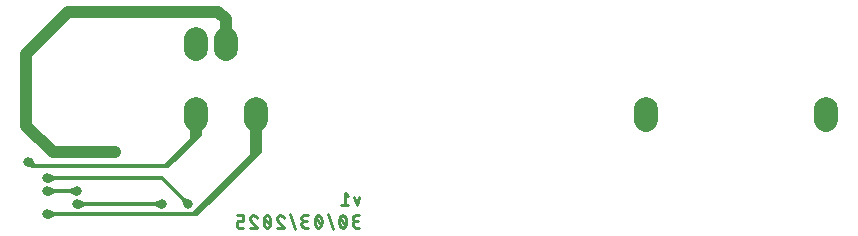
<source format=gbr>
G04 EAGLE Gerber RS-274X export*
G75*
%MOMM*%
%FSLAX34Y34*%
%LPD*%
%INBottom Copper*%
%IPPOS*%
%AMOC8*
5,1,8,0,0,1.08239X$1,22.5*%
G01*
%ADD10C,0.228600*%
%ADD11C,2.000000*%
%ADD12C,1.000000*%
%ADD13C,1.000000*%
%ADD14C,2.000000*%
%ADD15C,0.800000*%
%ADD16C,0.304800*%
%ADD17C,0.150000*%


D10*
X303657Y7493D02*
X300764Y7493D01*
X300657Y7495D01*
X300550Y7501D01*
X300444Y7511D01*
X300338Y7525D01*
X300232Y7542D01*
X300128Y7564D01*
X300024Y7589D01*
X299921Y7619D01*
X299819Y7652D01*
X299719Y7688D01*
X299620Y7729D01*
X299523Y7773D01*
X299427Y7821D01*
X299333Y7872D01*
X299241Y7926D01*
X299151Y7984D01*
X299064Y8046D01*
X298978Y8110D01*
X298895Y8177D01*
X298815Y8248D01*
X298737Y8322D01*
X298662Y8398D01*
X298590Y8477D01*
X298521Y8558D01*
X298455Y8643D01*
X298392Y8729D01*
X298333Y8818D01*
X298277Y8909D01*
X298224Y9002D01*
X298174Y9096D01*
X298128Y9193D01*
X298086Y9291D01*
X298048Y9391D01*
X298013Y9492D01*
X297981Y9594D01*
X297954Y9698D01*
X297931Y9802D01*
X297911Y9907D01*
X297895Y10013D01*
X297883Y10119D01*
X297875Y10226D01*
X297871Y10333D01*
X297871Y10439D01*
X297875Y10546D01*
X297883Y10653D01*
X297895Y10759D01*
X297911Y10865D01*
X297931Y10970D01*
X297954Y11074D01*
X297981Y11178D01*
X298013Y11280D01*
X298048Y11381D01*
X298086Y11481D01*
X298128Y11579D01*
X298174Y11676D01*
X298224Y11770D01*
X298277Y11863D01*
X298333Y11954D01*
X298392Y12043D01*
X298455Y12129D01*
X298521Y12214D01*
X298590Y12295D01*
X298662Y12374D01*
X298737Y12450D01*
X298815Y12524D01*
X298895Y12595D01*
X298978Y12662D01*
X299064Y12726D01*
X299151Y12788D01*
X299241Y12846D01*
X299333Y12900D01*
X299427Y12951D01*
X299523Y12999D01*
X299620Y13043D01*
X299719Y13084D01*
X299819Y13120D01*
X299921Y13153D01*
X300024Y13183D01*
X300128Y13208D01*
X300232Y13230D01*
X300338Y13247D01*
X300444Y13261D01*
X300550Y13271D01*
X300657Y13277D01*
X300764Y13279D01*
X300186Y17907D02*
X303657Y17907D01*
X300186Y17907D02*
X300092Y17905D01*
X299997Y17899D01*
X299903Y17890D01*
X299810Y17876D01*
X299717Y17859D01*
X299625Y17838D01*
X299534Y17813D01*
X299444Y17785D01*
X299355Y17753D01*
X299268Y17717D01*
X299182Y17678D01*
X299098Y17635D01*
X299015Y17589D01*
X298935Y17540D01*
X298857Y17487D01*
X298780Y17431D01*
X298707Y17372D01*
X298635Y17311D01*
X298567Y17246D01*
X298500Y17178D01*
X298437Y17108D01*
X298377Y17036D01*
X298319Y16961D01*
X298265Y16883D01*
X298214Y16804D01*
X298166Y16723D01*
X298122Y16639D01*
X298081Y16554D01*
X298044Y16468D01*
X298010Y16380D01*
X297979Y16290D01*
X297953Y16200D01*
X297930Y16108D01*
X297911Y16015D01*
X297896Y15922D01*
X297884Y15829D01*
X297876Y15735D01*
X297872Y15640D01*
X297872Y15546D01*
X297876Y15451D01*
X297884Y15357D01*
X297896Y15264D01*
X297911Y15171D01*
X297930Y15078D01*
X297953Y14986D01*
X297979Y14896D01*
X298010Y14806D01*
X298044Y14718D01*
X298081Y14632D01*
X298122Y14547D01*
X298166Y14463D01*
X298214Y14382D01*
X298265Y14303D01*
X298319Y14225D01*
X298377Y14150D01*
X298437Y14078D01*
X298500Y14008D01*
X298567Y13940D01*
X298635Y13875D01*
X298707Y13814D01*
X298780Y13755D01*
X298857Y13699D01*
X298935Y13646D01*
X299015Y13597D01*
X299098Y13551D01*
X299182Y13508D01*
X299268Y13469D01*
X299355Y13433D01*
X299444Y13401D01*
X299534Y13373D01*
X299625Y13348D01*
X299717Y13327D01*
X299810Y13310D01*
X299903Y13296D01*
X299997Y13287D01*
X300092Y13281D01*
X300186Y13279D01*
X302500Y13279D01*
X292227Y12700D02*
X292225Y12905D01*
X292217Y13110D01*
X292205Y13314D01*
X292188Y13518D01*
X292166Y13722D01*
X292139Y13925D01*
X292107Y14128D01*
X292071Y14329D01*
X292030Y14530D01*
X291984Y14729D01*
X291933Y14928D01*
X291877Y15125D01*
X291817Y15321D01*
X291752Y15515D01*
X291683Y15708D01*
X291609Y15899D01*
X291530Y16088D01*
X291447Y16275D01*
X291359Y16461D01*
X291359Y16460D02*
X291328Y16546D01*
X291293Y16631D01*
X291254Y16714D01*
X291211Y16795D01*
X291166Y16874D01*
X291117Y16952D01*
X291064Y17027D01*
X291009Y17100D01*
X290950Y17170D01*
X290889Y17238D01*
X290824Y17303D01*
X290757Y17365D01*
X290688Y17425D01*
X290615Y17481D01*
X290541Y17534D01*
X290464Y17584D01*
X290385Y17631D01*
X290305Y17674D01*
X290222Y17714D01*
X290138Y17750D01*
X290052Y17783D01*
X289966Y17812D01*
X289877Y17837D01*
X289788Y17858D01*
X289699Y17876D01*
X289608Y17889D01*
X289517Y17899D01*
X289426Y17905D01*
X289334Y17907D01*
X289242Y17905D01*
X289151Y17899D01*
X289060Y17889D01*
X288969Y17876D01*
X288880Y17858D01*
X288791Y17837D01*
X288702Y17812D01*
X288616Y17783D01*
X288530Y17750D01*
X288446Y17714D01*
X288363Y17674D01*
X288283Y17631D01*
X288204Y17584D01*
X288127Y17534D01*
X288053Y17481D01*
X287980Y17425D01*
X287911Y17365D01*
X287844Y17303D01*
X287779Y17238D01*
X287718Y17170D01*
X287659Y17100D01*
X287604Y17027D01*
X287551Y16952D01*
X287502Y16874D01*
X287457Y16795D01*
X287414Y16714D01*
X287375Y16631D01*
X287340Y16546D01*
X287309Y16460D01*
X287309Y16461D02*
X287221Y16275D01*
X287138Y16088D01*
X287059Y15899D01*
X286985Y15708D01*
X286916Y15515D01*
X286851Y15321D01*
X286791Y15125D01*
X286735Y14928D01*
X286684Y14729D01*
X286638Y14530D01*
X286597Y14329D01*
X286561Y14128D01*
X286529Y13925D01*
X286502Y13722D01*
X286480Y13518D01*
X286463Y13314D01*
X286451Y13110D01*
X286443Y12905D01*
X286441Y12700D01*
X292227Y12700D02*
X292225Y12495D01*
X292217Y12290D01*
X292205Y12086D01*
X292188Y11882D01*
X292166Y11678D01*
X292139Y11475D01*
X292107Y11273D01*
X292071Y11071D01*
X292030Y10870D01*
X291984Y10671D01*
X291933Y10472D01*
X291877Y10275D01*
X291817Y10079D01*
X291752Y9885D01*
X291683Y9692D01*
X291609Y9501D01*
X291530Y9312D01*
X291447Y9125D01*
X291359Y8939D01*
X291359Y8940D02*
X291328Y8854D01*
X291293Y8769D01*
X291254Y8686D01*
X291211Y8605D01*
X291166Y8526D01*
X291117Y8448D01*
X291064Y8373D01*
X291009Y8300D01*
X290950Y8230D01*
X290889Y8162D01*
X290824Y8097D01*
X290757Y8035D01*
X290688Y7975D01*
X290615Y7919D01*
X290541Y7866D01*
X290464Y7816D01*
X290385Y7769D01*
X290305Y7726D01*
X290222Y7686D01*
X290138Y7650D01*
X290052Y7617D01*
X289966Y7588D01*
X289877Y7563D01*
X289788Y7542D01*
X289699Y7524D01*
X289608Y7511D01*
X289517Y7501D01*
X289426Y7495D01*
X289334Y7493D01*
X287310Y8939D02*
X287222Y9125D01*
X287139Y9312D01*
X287060Y9501D01*
X286986Y9692D01*
X286917Y9885D01*
X286852Y10079D01*
X286792Y10275D01*
X286736Y10472D01*
X286685Y10671D01*
X286639Y10870D01*
X286598Y11071D01*
X286562Y11273D01*
X286530Y11475D01*
X286503Y11678D01*
X286481Y11882D01*
X286464Y12086D01*
X286452Y12290D01*
X286444Y12495D01*
X286442Y12700D01*
X287309Y8940D02*
X287340Y8854D01*
X287375Y8769D01*
X287414Y8686D01*
X287457Y8605D01*
X287502Y8526D01*
X287551Y8448D01*
X287604Y8373D01*
X287659Y8300D01*
X287718Y8230D01*
X287779Y8162D01*
X287844Y8097D01*
X287911Y8035D01*
X287980Y7975D01*
X288053Y7919D01*
X288127Y7866D01*
X288204Y7816D01*
X288283Y7769D01*
X288363Y7726D01*
X288446Y7686D01*
X288530Y7650D01*
X288616Y7617D01*
X288702Y7588D01*
X288791Y7563D01*
X288880Y7542D01*
X288969Y7524D01*
X289060Y7511D01*
X289151Y7501D01*
X289242Y7495D01*
X289334Y7493D01*
X291649Y9807D02*
X287020Y15593D01*
X281362Y6336D02*
X276733Y19064D01*
X270785Y16461D02*
X270873Y16275D01*
X270956Y16088D01*
X271035Y15899D01*
X271109Y15708D01*
X271178Y15515D01*
X271243Y15321D01*
X271303Y15125D01*
X271359Y14928D01*
X271410Y14729D01*
X271456Y14530D01*
X271497Y14329D01*
X271533Y14128D01*
X271565Y13925D01*
X271592Y13722D01*
X271614Y13518D01*
X271631Y13314D01*
X271643Y13110D01*
X271651Y12905D01*
X271653Y12700D01*
X270785Y16460D02*
X270754Y16546D01*
X270719Y16631D01*
X270680Y16714D01*
X270637Y16795D01*
X270592Y16874D01*
X270543Y16952D01*
X270490Y17027D01*
X270435Y17100D01*
X270376Y17170D01*
X270315Y17238D01*
X270250Y17303D01*
X270183Y17365D01*
X270114Y17425D01*
X270041Y17481D01*
X269967Y17534D01*
X269890Y17584D01*
X269811Y17631D01*
X269731Y17674D01*
X269648Y17714D01*
X269564Y17750D01*
X269478Y17783D01*
X269392Y17812D01*
X269303Y17837D01*
X269214Y17858D01*
X269125Y17876D01*
X269034Y17889D01*
X268943Y17899D01*
X268852Y17905D01*
X268760Y17907D01*
X268668Y17905D01*
X268577Y17899D01*
X268486Y17889D01*
X268395Y17876D01*
X268306Y17858D01*
X268217Y17837D01*
X268128Y17812D01*
X268042Y17783D01*
X267956Y17750D01*
X267872Y17714D01*
X267789Y17674D01*
X267709Y17631D01*
X267630Y17584D01*
X267553Y17534D01*
X267479Y17481D01*
X267406Y17425D01*
X267337Y17365D01*
X267270Y17303D01*
X267205Y17238D01*
X267144Y17170D01*
X267085Y17100D01*
X267030Y17027D01*
X266977Y16952D01*
X266928Y16874D01*
X266883Y16795D01*
X266840Y16714D01*
X266801Y16631D01*
X266766Y16546D01*
X266735Y16460D01*
X266735Y16461D02*
X266647Y16275D01*
X266564Y16088D01*
X266485Y15899D01*
X266411Y15708D01*
X266342Y15515D01*
X266277Y15321D01*
X266217Y15125D01*
X266161Y14928D01*
X266110Y14729D01*
X266064Y14530D01*
X266023Y14329D01*
X265987Y14128D01*
X265955Y13925D01*
X265928Y13722D01*
X265906Y13518D01*
X265889Y13314D01*
X265877Y13110D01*
X265869Y12905D01*
X265867Y12700D01*
X271653Y12700D02*
X271651Y12495D01*
X271643Y12290D01*
X271631Y12086D01*
X271614Y11882D01*
X271592Y11678D01*
X271565Y11475D01*
X271533Y11273D01*
X271497Y11071D01*
X271456Y10870D01*
X271410Y10671D01*
X271359Y10472D01*
X271303Y10275D01*
X271243Y10079D01*
X271178Y9885D01*
X271109Y9692D01*
X271035Y9501D01*
X270956Y9312D01*
X270873Y9125D01*
X270785Y8939D01*
X270785Y8940D02*
X270754Y8854D01*
X270719Y8769D01*
X270680Y8686D01*
X270637Y8605D01*
X270592Y8526D01*
X270543Y8448D01*
X270490Y8373D01*
X270435Y8300D01*
X270376Y8230D01*
X270315Y8162D01*
X270250Y8097D01*
X270183Y8035D01*
X270114Y7975D01*
X270041Y7919D01*
X269967Y7866D01*
X269890Y7816D01*
X269811Y7769D01*
X269731Y7726D01*
X269648Y7686D01*
X269564Y7650D01*
X269478Y7617D01*
X269392Y7588D01*
X269303Y7563D01*
X269214Y7542D01*
X269125Y7524D01*
X269034Y7511D01*
X268943Y7501D01*
X268852Y7495D01*
X268760Y7493D01*
X266736Y8939D02*
X266648Y9125D01*
X266565Y9312D01*
X266486Y9501D01*
X266412Y9692D01*
X266343Y9885D01*
X266278Y10079D01*
X266218Y10275D01*
X266162Y10472D01*
X266111Y10671D01*
X266065Y10870D01*
X266024Y11071D01*
X265988Y11273D01*
X265956Y11475D01*
X265929Y11678D01*
X265907Y11882D01*
X265890Y12086D01*
X265878Y12290D01*
X265870Y12495D01*
X265868Y12700D01*
X266735Y8940D02*
X266766Y8854D01*
X266801Y8769D01*
X266840Y8686D01*
X266883Y8605D01*
X266928Y8526D01*
X266977Y8448D01*
X267030Y8373D01*
X267085Y8300D01*
X267144Y8230D01*
X267205Y8162D01*
X267270Y8097D01*
X267337Y8035D01*
X267406Y7975D01*
X267479Y7919D01*
X267553Y7866D01*
X267630Y7816D01*
X267709Y7769D01*
X267789Y7726D01*
X267872Y7686D01*
X267956Y7650D01*
X268042Y7617D01*
X268128Y7588D01*
X268217Y7563D01*
X268306Y7542D01*
X268395Y7524D01*
X268486Y7511D01*
X268577Y7501D01*
X268668Y7495D01*
X268760Y7493D01*
X271075Y9807D02*
X266446Y15593D01*
X260223Y7493D02*
X257330Y7493D01*
X257223Y7495D01*
X257116Y7501D01*
X257010Y7511D01*
X256904Y7525D01*
X256798Y7542D01*
X256694Y7564D01*
X256590Y7589D01*
X256487Y7619D01*
X256385Y7652D01*
X256285Y7688D01*
X256186Y7729D01*
X256089Y7773D01*
X255993Y7821D01*
X255899Y7872D01*
X255807Y7926D01*
X255717Y7984D01*
X255630Y8046D01*
X255544Y8110D01*
X255461Y8177D01*
X255381Y8248D01*
X255303Y8322D01*
X255228Y8398D01*
X255156Y8477D01*
X255087Y8558D01*
X255021Y8643D01*
X254958Y8729D01*
X254899Y8818D01*
X254843Y8909D01*
X254790Y9002D01*
X254740Y9096D01*
X254694Y9193D01*
X254652Y9291D01*
X254614Y9391D01*
X254579Y9492D01*
X254547Y9594D01*
X254520Y9698D01*
X254497Y9802D01*
X254477Y9907D01*
X254461Y10013D01*
X254449Y10119D01*
X254441Y10226D01*
X254437Y10333D01*
X254437Y10439D01*
X254441Y10546D01*
X254449Y10653D01*
X254461Y10759D01*
X254477Y10865D01*
X254497Y10970D01*
X254520Y11074D01*
X254547Y11178D01*
X254579Y11280D01*
X254614Y11381D01*
X254652Y11481D01*
X254694Y11579D01*
X254740Y11676D01*
X254790Y11770D01*
X254843Y11863D01*
X254899Y11954D01*
X254958Y12043D01*
X255021Y12129D01*
X255087Y12214D01*
X255156Y12295D01*
X255228Y12374D01*
X255303Y12450D01*
X255381Y12524D01*
X255461Y12595D01*
X255544Y12662D01*
X255630Y12726D01*
X255717Y12788D01*
X255807Y12846D01*
X255899Y12900D01*
X255993Y12951D01*
X256089Y12999D01*
X256186Y13043D01*
X256285Y13084D01*
X256385Y13120D01*
X256487Y13153D01*
X256590Y13183D01*
X256694Y13208D01*
X256798Y13230D01*
X256904Y13247D01*
X257010Y13261D01*
X257116Y13271D01*
X257223Y13277D01*
X257330Y13279D01*
X256752Y17907D02*
X260223Y17907D01*
X256752Y17907D02*
X256658Y17905D01*
X256563Y17899D01*
X256469Y17890D01*
X256376Y17876D01*
X256283Y17859D01*
X256191Y17838D01*
X256100Y17813D01*
X256010Y17785D01*
X255921Y17753D01*
X255834Y17717D01*
X255748Y17678D01*
X255664Y17635D01*
X255581Y17589D01*
X255501Y17540D01*
X255423Y17487D01*
X255346Y17431D01*
X255273Y17372D01*
X255201Y17311D01*
X255133Y17246D01*
X255066Y17178D01*
X255003Y17108D01*
X254943Y17036D01*
X254885Y16961D01*
X254831Y16883D01*
X254780Y16804D01*
X254732Y16723D01*
X254688Y16639D01*
X254647Y16554D01*
X254610Y16468D01*
X254576Y16380D01*
X254545Y16290D01*
X254519Y16200D01*
X254496Y16108D01*
X254477Y16015D01*
X254462Y15922D01*
X254450Y15829D01*
X254442Y15735D01*
X254438Y15640D01*
X254438Y15546D01*
X254442Y15451D01*
X254450Y15357D01*
X254462Y15264D01*
X254477Y15171D01*
X254496Y15078D01*
X254519Y14986D01*
X254545Y14896D01*
X254576Y14806D01*
X254610Y14718D01*
X254647Y14632D01*
X254688Y14547D01*
X254732Y14463D01*
X254780Y14382D01*
X254831Y14303D01*
X254885Y14225D01*
X254943Y14150D01*
X255003Y14078D01*
X255066Y14008D01*
X255133Y13940D01*
X255201Y13875D01*
X255273Y13814D01*
X255346Y13755D01*
X255423Y13699D01*
X255501Y13646D01*
X255581Y13597D01*
X255664Y13551D01*
X255748Y13508D01*
X255834Y13469D01*
X255921Y13433D01*
X256010Y13401D01*
X256100Y13373D01*
X256191Y13348D01*
X256283Y13327D01*
X256376Y13310D01*
X256469Y13296D01*
X256563Y13287D01*
X256658Y13281D01*
X256752Y13279D01*
X259066Y13279D01*
X249358Y6336D02*
X244729Y19064D01*
X236467Y17908D02*
X236367Y17906D01*
X236268Y17900D01*
X236168Y17891D01*
X236070Y17877D01*
X235971Y17860D01*
X235874Y17840D01*
X235777Y17815D01*
X235681Y17787D01*
X235587Y17755D01*
X235494Y17719D01*
X235402Y17680D01*
X235312Y17638D01*
X235223Y17592D01*
X235136Y17542D01*
X235052Y17490D01*
X234969Y17434D01*
X234888Y17375D01*
X234810Y17313D01*
X234734Y17248D01*
X234661Y17180D01*
X234591Y17110D01*
X234523Y17037D01*
X234458Y16961D01*
X234396Y16883D01*
X234337Y16802D01*
X234281Y16719D01*
X234229Y16635D01*
X234179Y16548D01*
X234133Y16459D01*
X234091Y16369D01*
X234052Y16277D01*
X234016Y16184D01*
X233984Y16090D01*
X233956Y15994D01*
X233931Y15897D01*
X233911Y15800D01*
X233894Y15701D01*
X233880Y15603D01*
X233871Y15503D01*
X233865Y15404D01*
X233863Y15304D01*
X236467Y17907D02*
X236581Y17905D01*
X236694Y17899D01*
X236807Y17890D01*
X236920Y17876D01*
X237033Y17859D01*
X237144Y17838D01*
X237255Y17813D01*
X237365Y17784D01*
X237474Y17752D01*
X237582Y17716D01*
X237689Y17676D01*
X237794Y17633D01*
X237897Y17586D01*
X237999Y17535D01*
X238099Y17482D01*
X238198Y17424D01*
X238294Y17364D01*
X238388Y17300D01*
X238480Y17233D01*
X238570Y17163D01*
X238657Y17090D01*
X238742Y17015D01*
X238824Y16936D01*
X238903Y16854D01*
X238979Y16770D01*
X239053Y16684D01*
X239124Y16595D01*
X239191Y16503D01*
X239256Y16409D01*
X239317Y16314D01*
X239375Y16216D01*
X239429Y16116D01*
X239480Y16014D01*
X239528Y15911D01*
X239572Y15806D01*
X239612Y15700D01*
X239649Y15593D01*
X234731Y13279D02*
X234658Y13351D01*
X234587Y13426D01*
X234520Y13504D01*
X234455Y13584D01*
X234393Y13666D01*
X234334Y13750D01*
X234279Y13837D01*
X234226Y13926D01*
X234177Y14016D01*
X234131Y14108D01*
X234089Y14202D01*
X234050Y14298D01*
X234015Y14394D01*
X233983Y14492D01*
X233955Y14591D01*
X233931Y14691D01*
X233910Y14792D01*
X233893Y14894D01*
X233880Y14996D01*
X233871Y15098D01*
X233865Y15201D01*
X233863Y15304D01*
X234731Y13279D02*
X239649Y7493D01*
X233864Y7493D01*
X228219Y12700D02*
X228217Y12905D01*
X228209Y13110D01*
X228197Y13314D01*
X228180Y13518D01*
X228158Y13722D01*
X228131Y13925D01*
X228099Y14128D01*
X228063Y14329D01*
X228022Y14530D01*
X227976Y14729D01*
X227925Y14928D01*
X227869Y15125D01*
X227809Y15321D01*
X227744Y15515D01*
X227675Y15708D01*
X227601Y15899D01*
X227522Y16088D01*
X227439Y16275D01*
X227351Y16461D01*
X227351Y16460D02*
X227320Y16546D01*
X227285Y16631D01*
X227246Y16714D01*
X227203Y16795D01*
X227158Y16874D01*
X227109Y16952D01*
X227056Y17027D01*
X227001Y17100D01*
X226942Y17170D01*
X226881Y17238D01*
X226816Y17303D01*
X226749Y17365D01*
X226680Y17425D01*
X226607Y17481D01*
X226533Y17534D01*
X226456Y17584D01*
X226377Y17631D01*
X226297Y17674D01*
X226214Y17714D01*
X226130Y17750D01*
X226044Y17783D01*
X225958Y17812D01*
X225869Y17837D01*
X225780Y17858D01*
X225691Y17876D01*
X225600Y17889D01*
X225509Y17899D01*
X225418Y17905D01*
X225326Y17907D01*
X225234Y17905D01*
X225143Y17899D01*
X225052Y17889D01*
X224961Y17876D01*
X224872Y17858D01*
X224783Y17837D01*
X224694Y17812D01*
X224608Y17783D01*
X224522Y17750D01*
X224438Y17714D01*
X224355Y17674D01*
X224275Y17631D01*
X224196Y17584D01*
X224119Y17534D01*
X224045Y17481D01*
X223972Y17425D01*
X223903Y17365D01*
X223836Y17303D01*
X223771Y17238D01*
X223710Y17170D01*
X223651Y17100D01*
X223596Y17027D01*
X223543Y16952D01*
X223494Y16874D01*
X223449Y16795D01*
X223406Y16714D01*
X223367Y16631D01*
X223332Y16546D01*
X223301Y16460D01*
X223302Y16461D02*
X223214Y16275D01*
X223131Y16088D01*
X223052Y15899D01*
X222978Y15708D01*
X222909Y15515D01*
X222844Y15321D01*
X222784Y15125D01*
X222728Y14928D01*
X222677Y14729D01*
X222631Y14530D01*
X222590Y14329D01*
X222554Y14128D01*
X222522Y13925D01*
X222495Y13722D01*
X222473Y13518D01*
X222456Y13314D01*
X222444Y13110D01*
X222436Y12905D01*
X222434Y12700D01*
X228219Y12700D02*
X228217Y12495D01*
X228209Y12290D01*
X228197Y12086D01*
X228180Y11882D01*
X228158Y11678D01*
X228131Y11475D01*
X228099Y11273D01*
X228063Y11071D01*
X228022Y10870D01*
X227976Y10671D01*
X227925Y10472D01*
X227869Y10275D01*
X227809Y10079D01*
X227744Y9885D01*
X227675Y9692D01*
X227601Y9501D01*
X227522Y9312D01*
X227439Y9125D01*
X227351Y8939D01*
X227351Y8940D02*
X227320Y8854D01*
X227285Y8769D01*
X227246Y8686D01*
X227203Y8605D01*
X227158Y8526D01*
X227109Y8448D01*
X227056Y8373D01*
X227001Y8300D01*
X226942Y8230D01*
X226881Y8162D01*
X226816Y8097D01*
X226749Y8035D01*
X226680Y7975D01*
X226607Y7919D01*
X226533Y7866D01*
X226456Y7816D01*
X226377Y7769D01*
X226297Y7726D01*
X226214Y7686D01*
X226130Y7650D01*
X226044Y7617D01*
X225958Y7588D01*
X225869Y7563D01*
X225780Y7542D01*
X225691Y7524D01*
X225600Y7511D01*
X225509Y7501D01*
X225418Y7495D01*
X225326Y7493D01*
X223302Y8939D02*
X223214Y9125D01*
X223131Y9312D01*
X223052Y9501D01*
X222978Y9692D01*
X222909Y9885D01*
X222844Y10079D01*
X222784Y10275D01*
X222728Y10472D01*
X222677Y10671D01*
X222631Y10870D01*
X222590Y11071D01*
X222554Y11273D01*
X222522Y11475D01*
X222495Y11678D01*
X222473Y11882D01*
X222456Y12086D01*
X222444Y12290D01*
X222436Y12495D01*
X222434Y12700D01*
X223301Y8940D02*
X223332Y8854D01*
X223367Y8769D01*
X223406Y8686D01*
X223449Y8605D01*
X223494Y8526D01*
X223543Y8448D01*
X223596Y8373D01*
X223651Y8300D01*
X223710Y8230D01*
X223771Y8162D01*
X223836Y8097D01*
X223903Y8035D01*
X223972Y7975D01*
X224045Y7919D01*
X224119Y7866D01*
X224196Y7816D01*
X224275Y7769D01*
X224355Y7726D01*
X224438Y7686D01*
X224522Y7650D01*
X224608Y7617D01*
X224694Y7588D01*
X224783Y7563D01*
X224872Y7542D01*
X224961Y7524D01*
X225052Y7511D01*
X225143Y7501D01*
X225234Y7495D01*
X225326Y7493D01*
X227641Y9807D02*
X223012Y15593D01*
X213607Y17908D02*
X213507Y17906D01*
X213408Y17900D01*
X213308Y17891D01*
X213210Y17877D01*
X213111Y17860D01*
X213014Y17840D01*
X212917Y17815D01*
X212821Y17787D01*
X212727Y17755D01*
X212634Y17719D01*
X212542Y17680D01*
X212452Y17638D01*
X212363Y17592D01*
X212276Y17542D01*
X212192Y17490D01*
X212109Y17434D01*
X212028Y17375D01*
X211950Y17313D01*
X211874Y17248D01*
X211801Y17180D01*
X211731Y17110D01*
X211663Y17037D01*
X211598Y16961D01*
X211536Y16883D01*
X211477Y16802D01*
X211421Y16719D01*
X211369Y16635D01*
X211319Y16548D01*
X211273Y16459D01*
X211231Y16369D01*
X211192Y16277D01*
X211156Y16184D01*
X211124Y16090D01*
X211096Y15994D01*
X211071Y15897D01*
X211051Y15800D01*
X211034Y15701D01*
X211020Y15603D01*
X211011Y15503D01*
X211005Y15404D01*
X211003Y15304D01*
X213607Y17907D02*
X213721Y17905D01*
X213834Y17899D01*
X213947Y17890D01*
X214060Y17876D01*
X214173Y17859D01*
X214284Y17838D01*
X214395Y17813D01*
X214505Y17784D01*
X214614Y17752D01*
X214722Y17716D01*
X214829Y17676D01*
X214934Y17633D01*
X215037Y17586D01*
X215139Y17535D01*
X215239Y17482D01*
X215338Y17424D01*
X215434Y17364D01*
X215528Y17300D01*
X215620Y17233D01*
X215710Y17163D01*
X215797Y17090D01*
X215882Y17015D01*
X215964Y16936D01*
X216043Y16854D01*
X216119Y16770D01*
X216193Y16684D01*
X216264Y16595D01*
X216331Y16503D01*
X216396Y16409D01*
X216457Y16314D01*
X216515Y16216D01*
X216569Y16116D01*
X216620Y16014D01*
X216668Y15911D01*
X216712Y15806D01*
X216752Y15700D01*
X216789Y15593D01*
X211871Y13279D02*
X211798Y13351D01*
X211727Y13426D01*
X211660Y13504D01*
X211595Y13584D01*
X211533Y13666D01*
X211474Y13750D01*
X211419Y13837D01*
X211366Y13926D01*
X211317Y14016D01*
X211271Y14108D01*
X211229Y14202D01*
X211190Y14298D01*
X211155Y14394D01*
X211123Y14492D01*
X211095Y14591D01*
X211071Y14691D01*
X211050Y14792D01*
X211033Y14894D01*
X211020Y14996D01*
X211011Y15098D01*
X211005Y15201D01*
X211003Y15304D01*
X211871Y13279D02*
X216789Y7493D01*
X211004Y7493D01*
X205359Y7493D02*
X201888Y7493D01*
X201795Y7495D01*
X201702Y7501D01*
X201609Y7510D01*
X201517Y7523D01*
X201425Y7540D01*
X201334Y7560D01*
X201244Y7584D01*
X201155Y7612D01*
X201067Y7643D01*
X200981Y7678D01*
X200896Y7716D01*
X200813Y7758D01*
X200731Y7803D01*
X200651Y7851D01*
X200573Y7903D01*
X200498Y7957D01*
X200425Y8015D01*
X200354Y8075D01*
X200285Y8138D01*
X200219Y8204D01*
X200156Y8273D01*
X200096Y8344D01*
X200038Y8417D01*
X199984Y8492D01*
X199932Y8570D01*
X199884Y8650D01*
X199839Y8732D01*
X199797Y8815D01*
X199759Y8900D01*
X199724Y8986D01*
X199693Y9074D01*
X199665Y9163D01*
X199641Y9253D01*
X199621Y9344D01*
X199604Y9436D01*
X199591Y9528D01*
X199582Y9621D01*
X199576Y9714D01*
X199574Y9807D01*
X199574Y10964D01*
X199576Y11057D01*
X199582Y11150D01*
X199591Y11243D01*
X199604Y11335D01*
X199621Y11427D01*
X199641Y11518D01*
X199665Y11608D01*
X199693Y11697D01*
X199724Y11785D01*
X199759Y11871D01*
X199797Y11956D01*
X199839Y12039D01*
X199884Y12121D01*
X199932Y12201D01*
X199984Y12279D01*
X200038Y12354D01*
X200096Y12427D01*
X200156Y12498D01*
X200219Y12567D01*
X200285Y12633D01*
X200354Y12696D01*
X200425Y12756D01*
X200498Y12814D01*
X200574Y12868D01*
X200651Y12920D01*
X200731Y12968D01*
X200813Y13013D01*
X200896Y13055D01*
X200981Y13093D01*
X201067Y13128D01*
X201155Y13159D01*
X201244Y13187D01*
X201334Y13211D01*
X201425Y13231D01*
X201517Y13248D01*
X201609Y13261D01*
X201702Y13270D01*
X201795Y13276D01*
X201888Y13278D01*
X201888Y13279D02*
X205359Y13279D01*
X205359Y17907D01*
X199574Y17907D01*
X301343Y26543D02*
X303657Y33486D01*
X299029Y33486D02*
X301343Y26543D01*
X293949Y34643D02*
X291056Y36957D01*
X291056Y26543D01*
X293949Y26543D02*
X288163Y26543D01*
D11*
X190500Y158750D03*
D12*
X96520Y71755D03*
D13*
X77470Y71755D01*
X43815Y71755D01*
X21590Y93980D01*
X21590Y154940D01*
X57150Y190500D01*
X184150Y190500D01*
X190500Y184150D02*
X190500Y158750D01*
X190500Y184150D02*
X184150Y190500D01*
D14*
X190500Y167640D02*
X190500Y158750D01*
D12*
X77470Y71755D03*
D11*
X165100Y158750D03*
D14*
X165100Y167640D01*
D15*
X39370Y18750D03*
D16*
X166388Y18750D02*
X219075Y71438D01*
D14*
X215900Y99060D02*
X215900Y107950D01*
D16*
X215900Y99060D02*
X219075Y95885D01*
X219075Y71438D01*
D11*
X215900Y107950D03*
D16*
X166388Y18750D02*
X39370Y18750D01*
X40392Y21005D02*
X45370Y18750D01*
X40392Y21005D02*
X39370Y18750D01*
X40392Y16495D02*
X45370Y18750D01*
X40392Y16495D02*
X39370Y18750D01*
D15*
X23070Y63500D03*
D16*
X141923Y59373D02*
X168275Y85725D01*
X141923Y59373D02*
X27198Y59373D01*
X23070Y63500D01*
D14*
X165100Y99060D02*
X165100Y107950D01*
D16*
X165100Y99060D02*
X168275Y95885D01*
X168275Y85725D01*
D11*
X165100Y107950D03*
D16*
X27425Y59373D02*
X25363Y64434D01*
X23070Y63500D01*
X22260Y61160D02*
X27425Y59373D01*
X22260Y61160D02*
X23070Y63500D01*
D15*
X39370Y49195D03*
D16*
X136860Y49195D01*
X158750Y27305D01*
D15*
X158750Y27305D03*
D16*
X45370Y49195D02*
X40392Y51450D01*
X39370Y49195D01*
X40392Y46940D02*
X45370Y49195D01*
X40392Y46940D02*
X39370Y49195D01*
X154507Y31548D02*
X156433Y26433D01*
X158750Y27305D01*
X159622Y29622D02*
X154507Y31548D01*
X159622Y29622D02*
X158750Y27305D01*
D15*
X64770Y38250D03*
D16*
X39370Y38250D01*
D15*
X39370Y38250D03*
D16*
X58770Y38250D02*
X63748Y35995D01*
X64770Y38250D01*
X63748Y40505D02*
X58770Y38250D01*
X63748Y40505D02*
X64770Y38250D01*
X45370Y38250D02*
X40392Y40505D01*
X39370Y38250D01*
X40392Y35995D02*
X45370Y38250D01*
X40392Y35995D02*
X39370Y38250D01*
D11*
X698500Y107950D03*
D14*
X698500Y99060D01*
D11*
X546100Y107950D03*
D14*
X546100Y99060D01*
D15*
X64770Y27305D03*
D16*
X136525Y27305D01*
D15*
X136525Y27305D03*
D16*
X65792Y29560D02*
X64770Y27305D01*
X65792Y29560D02*
X70770Y27305D01*
X65792Y29560D02*
X64770Y27305D01*
X65792Y25050D02*
X70770Y27305D01*
X65792Y25050D02*
X64770Y27305D01*
X130525Y27305D02*
X135503Y25050D01*
X136525Y27305D01*
X135503Y29560D02*
X130525Y27305D01*
X135503Y29560D02*
X136525Y27305D01*
X166688Y84138D02*
X166688Y92075D01*
X161925Y92075D02*
X161925Y79375D01*
X217488Y71438D02*
X217488Y92075D01*
X212725Y92075D02*
X212725Y66675D01*
X215900Y69850D02*
X215900Y92075D01*
X214313Y92075D02*
X214313Y68263D01*
X165100Y82550D02*
X165100Y92075D01*
X163513Y92075D02*
X163513Y80963D01*
X163513Y84138D02*
X138906Y59531D01*
X162719Y19050D02*
X215106Y71438D01*
D17*
X29369Y59531D02*
X26988Y61913D01*
M02*

</source>
